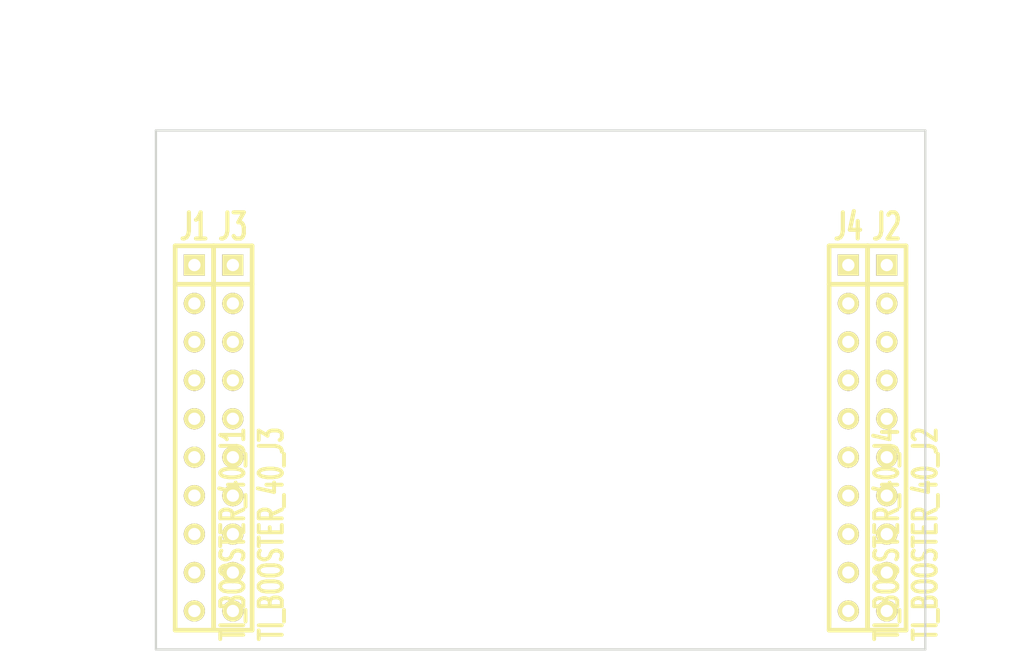
<source format=kicad_pcb>
(kicad_pcb (version 20221018) (generator pcbnew)
  (layers (0 "F.Cu" signal "Front") (31 "B.Cu" signal "Back") (34 "B.Paste" user "Dessous.Pate") (35 "F.Paste" user "Dessus.Pate") (36 "B.SilkS" user "Dessous.SilkS") (37 "F.SilkS" user "Dessus.SilkS") (38 "B.Mask" user "Dessous.Masque") (39 "F.Mask" user "Dessus.Masque") (44 "Edge.Cuts" user "Contours.Ci"))
  (net 0 "")
  (net 1 "+5V")
  (net 2 "GND")
  (net 3 "VCC")
  (footprint "SIL-10" (layer "F.Cu") (at 187.96 133.35 -90)
    (fp_text reference "J3" (at -13.97 0) (layer "F.SilkS") (effects (font (size 1.72974 1.08712) (thickness 0.3048))))
    (fp_text value "TI_BOOSTER_40_J3" (at 6.35 -2.54 270) (layer "F.SilkS") (effects (font (size 1.524 1.016) (thickness 0.3048))))
    (fp_line (start -12.7 -1.27) (end 12.7 -1.27) (stroke (width 0.3048)) (layer "F.SilkS"))
    (fp_line (start -12.7 1.27) (end -12.7 -1.27) (stroke (width 0.3048)) (layer "F.SilkS"))
    (fp_line (start -10.16 1.27) (end -10.16 -1.27) (stroke (width 0.3048)) (layer "F.SilkS"))
    (fp_line (start 12.7 -1.27) (end 12.7 1.27) (stroke (width 0.3048)) (layer "F.SilkS"))
    (fp_line (start 12.7 1.27) (end -12.7 1.27) (stroke (width 0.3048)) (layer "F.SilkS"))
    (pad "1" thru_hole rect (at -11.43 0 270) (size 1.397 1.397) (drill 0.8128) (layers "*.Cu" "*.Mask" "F.SilkS") (net 1 "+5V"))
    (pad "2" thru_hole circle (at -8.89 0 270) (size 1.397 1.397) (drill 0.8128) (layers "*.Cu" "*.Mask" "F.SilkS") (net 2 "GND"))
    (pad "3" thru_hole circle (at -6.35 0 270) (size 1.397 1.397) (drill 0.8128) (layers "*.Cu" "*.Mask" "F.SilkS"))
    (pad "4" thru_hole circle (at -3.81 0 270) (size 1.397 1.397) (drill 0.8128) (layers "*.Cu" "*.Mask" "F.SilkS"))
    (pad "5" thru_hole circle (at -1.27 0 270) (size 1.397 1.397) (drill 0.8128) (layers "*.Cu" "*.Mask" "F.SilkS"))
    (pad "6" thru_hole circle (at 1.27 0 270) (size 1.397 1.397) (drill 0.8128) (layers "*.Cu" "*.Mask" "F.SilkS"))
    (pad "7" thru_hole circle (at 3.81 0 270) (size 1.397 1.397) (drill 0.8128) (layers "*.Cu" "*.Mask" "F.SilkS"))
    (pad "8" thru_hole circle (at 6.35 0 270) (size 1.397 1.397) (drill 0.8128) (layers "*.Cu" "*.Mask" "F.SilkS"))
    (pad "9" thru_hole circle (at 8.89 0 270) (size 1.397 1.397) (drill 0.8128) (layers "*.Cu" "*.Mask" "F.SilkS"))
    (pad "10" thru_hole circle (at 11.43 0 270) (size 1.397 1.397) (drill 0.8128) (layers "*.Cu" "*.Mask" "F.SilkS"))
  )
  (footprint "SIL-10" (layer "F.Cu") (at 185.42 133.35 -90)
    (fp_text reference "J1" (at -13.97 0) (layer "F.SilkS") (effects (font (size 1.72974 1.08712) (thickness 0.3048))))
    (fp_text value "TI_BOOSTER_40_J1" (at 6.35 -2.54 270) (layer "F.SilkS") (effects (font (size 1.524 1.016) (thickness 0.3048))))
    (fp_line (start -12.7 -1.27) (end 12.7 -1.27) (stroke (width 0.3048)) (layer "F.SilkS"))
    (fp_line (start -12.7 1.27) (end -12.7 -1.27) (stroke (width 0.3048)) (layer "F.SilkS"))
    (fp_line (start -10.16 1.27) (end -10.16 -1.27) (stroke (width 0.3048)) (layer "F.SilkS"))
    (fp_line (start 12.7 -1.27) (end 12.7 1.27) (stroke (width 0.3048)) (layer "F.SilkS"))
    (fp_line (start 12.7 1.27) (end -12.7 1.27) (stroke (width 0.3048)) (layer "F.SilkS"))
    (pad "1" thru_hole rect (at -11.43 0 270) (size 1.397 1.397) (drill 0.8128) (layers "*.Cu" "*.Mask" "F.SilkS") (net 3 "VCC"))
    (pad "2" thru_hole circle (at -8.89 0 270) (size 1.397 1.397) (drill 0.8128) (layers "*.Cu" "*.Mask" "F.SilkS"))
    (pad "3" thru_hole circle (at -6.35 0 270) (size 1.397 1.397) (drill 0.8128) (layers "*.Cu" "*.Mask" "F.SilkS"))
    (pad "4" thru_hole circle (at -3.81 0 270) (size 1.397 1.397) (drill 0.8128) (layers "*.Cu" "*.Mask" "F.SilkS"))
    (pad "5" thru_hole circle (at -1.27 0 270) (size 1.397 1.397) (drill 0.8128) (layers "*.Cu" "*.Mask" "F.SilkS"))
    (pad "6" thru_hole circle (at 1.27 0 270) (size 1.397 1.397) (drill 0.8128) (layers "*.Cu" "*.Mask" "F.SilkS"))
    (pad "7" thru_hole circle (at 3.81 0 270) (size 1.397 1.397) (drill 0.8128) (layers "*.Cu" "*.Mask" "F.SilkS"))
    (pad "8" thru_hole circle (at 6.35 0 270) (size 1.397 1.397) (drill 0.8128) (layers "*.Cu" "*.Mask" "F.SilkS"))
    (pad "9" thru_hole circle (at 8.89 0 270) (size 1.397 1.397) (drill 0.8128) (layers "*.Cu" "*.Mask" "F.SilkS"))
    (pad "10" thru_hole circle (at 11.43 0 270) (size 1.397 1.397) (drill 0.8128) (layers "*.Cu" "*.Mask" "F.SilkS"))
  )
  (footprint "SIL-10" (layer "F.Cu") (at 231.14 133.35 -90)
    (fp_text reference "J2" (at -13.97 0) (layer "F.SilkS") (effects (font (size 1.72974 1.08712) (thickness 0.3048))))
    (fp_text value "TI_BOOSTER_40_J2" (at 6.35 -2.54 270) (layer "F.SilkS") (effects (font (size 1.524 1.016) (thickness 0.3048))))
    (fp_line (start -12.7 -1.27) (end 12.7 -1.27) (stroke (width 0.3048)) (layer "F.SilkS"))
    (fp_line (start -12.7 1.27) (end -12.7 -1.27) (stroke (width 0.3048)) (layer "F.SilkS"))
    (fp_line (start -10.16 1.27) (end -10.16 -1.27) (stroke (width 0.3048)) (layer "F.SilkS"))
    (fp_line (start 12.7 -1.27) (end 12.7 1.27) (stroke (width 0.3048)) (layer "F.SilkS"))
    (fp_line (start 12.7 1.27) (end -12.7 1.27) (stroke (width 0.3048)) (layer "F.SilkS"))
    (pad "1" thru_hole rect (at -11.43 0 270) (size 1.397 1.397) (drill 0.8128) (layers "*.Cu" "*.Mask" "F.SilkS") (net 2 "GND"))
    (pad "2" thru_hole circle (at -8.89 0 270) (size 1.397 1.397) (drill 0.8128) (layers "*.Cu" "*.Mask" "F.SilkS"))
    (pad "3" thru_hole circle (at -6.35 0 270) (size 1.397 1.397) (drill 0.8128) (layers "*.Cu" "*.Mask" "F.SilkS"))
    (pad "4" thru_hole circle (at -3.81 0 270) (size 1.397 1.397) (drill 0.8128) (layers "*.Cu" "*.Mask" "F.SilkS"))
    (pad "5" thru_hole circle (at -1.27 0 270) (size 1.397 1.397) (drill 0.8128) (layers "*.Cu" "*.Mask" "F.SilkS"))
    (pad "6" thru_hole circle (at 1.27 0 270) (size 1.397 1.397) (drill 0.8128) (layers "*.Cu" "*.Mask" "F.SilkS"))
    (pad "7" thru_hole circle (at 3.81 0 270) (size 1.397 1.397) (drill 0.8128) (layers "*.Cu" "*.Mask" "F.SilkS"))
    (pad "8" thru_hole circle (at 6.35 0 270) (size 1.397 1.397) (drill 0.8128) (layers "*.Cu" "*.Mask" "F.SilkS"))
    (pad "9" thru_hole circle (at 8.89 0 270) (size 1.397 1.397) (drill 0.8128) (layers "*.Cu" "*.Mask" "F.SilkS"))
    (pad "10" thru_hole circle (at 11.43 0 270) (size 1.397 1.397) (drill 0.8128) (layers "*.Cu" "*.Mask" "F.SilkS"))
  )
  (footprint "SIL-10" (layer "F.Cu") (at 228.6 133.35 -90)
    (fp_text reference "J4" (at -13.97 0) (layer "F.SilkS") (effects (font (size 1.72974 1.08712) (thickness 0.3048))))
    (fp_text value "TI_BOOSTER_40_J4" (at 6.35 -2.54 270) (layer "F.SilkS") (effects (font (size 1.524 1.016) (thickness 0.3048))))
    (fp_line (start -12.7 -1.27) (end 12.7 -1.27) (stroke (width 0.3048)) (layer "F.SilkS"))
    (fp_line (start -12.7 1.27) (end -12.7 -1.27) (stroke (width 0.3048)) (layer "F.SilkS"))
    (fp_line (start -10.16 1.27) (end -10.16 -1.27) (stroke (width 0.3048)) (layer "F.SilkS"))
    (fp_line (start 12.7 -1.27) (end 12.7 1.27) (stroke (width 0.3048)) (layer "F.SilkS"))
    (fp_line (start 12.7 1.27) (end -12.7 1.27) (stroke (width 0.3048)) (layer "F.SilkS"))
    (pad "1" thru_hole rect (at -11.43 0 270) (size 1.397 1.397) (drill 0.8128) (layers "*.Cu" "*.Mask" "F.SilkS"))
    (pad "2" thru_hole circle (at -8.89 0 270) (size 1.397 1.397) (drill 0.8128) (layers "*.Cu" "*.Mask" "F.SilkS"))
    (pad "3" thru_hole circle (at -6.35 0 270) (size 1.397 1.397) (drill 0.8128) (layers "*.Cu" "*.Mask" "F.SilkS"))
    (pad "4" thru_hole circle (at -3.81 0 270) (size 1.397 1.397) (drill 0.8128) (layers "*.Cu" "*.Mask" "F.SilkS"))
    (pad "5" thru_hole circle (at -1.27 0 270) (size 1.397 1.397) (drill 0.8128) (layers "*.Cu" "*.Mask" "F.SilkS"))
    (pad "6" thru_hole circle (at 1.27 0 270) (size 1.397 1.397) (drill 0.8128) (layers "*.Cu" "*.Mask" "F.SilkS"))
    (pad "7" thru_hole circle (at 3.81 0 270) (size 1.397 1.397) (drill 0.8128) (layers "*.Cu" "*.Mask" "F.SilkS"))
    (pad "8" thru_hole circle (at 6.35 0 270) (size 1.397 1.397) (drill 0.8128) (layers "*.Cu" "*.Mask" "F.SilkS"))
    (pad "9" thru_hole circle (at 8.89 0 270) (size 1.397 1.397) (drill 0.8128) (layers "*.Cu" "*.Mask" "F.SilkS"))
    (pad "10" thru_hole circle (at 11.43 0 270) (size 1.397 1.397) (drill 0.8128) (layers "*.Cu" "*.Mask" "F.SilkS"))
  )
  (gr_line (start 233.68 147.32) (end 182.88 147.32) (stroke (width 0.15)) (layer "Edge.Cuts"))
  (gr_line (start 182.88 147.32) (end 182.88 113.03) (stroke (width 0.14986)) (layer "Edge.Cuts"))
  (gr_line (start 233.68 113.03) (end 233.68 147.32) (stroke (width 0.14986)) (layer "Edge.Cuts"))
  (gr_line (start 182.88 113.03) (end 233.68 113.03) (stroke (width 0.15)) (layer "Edge.Cuts"))
)
</source>
